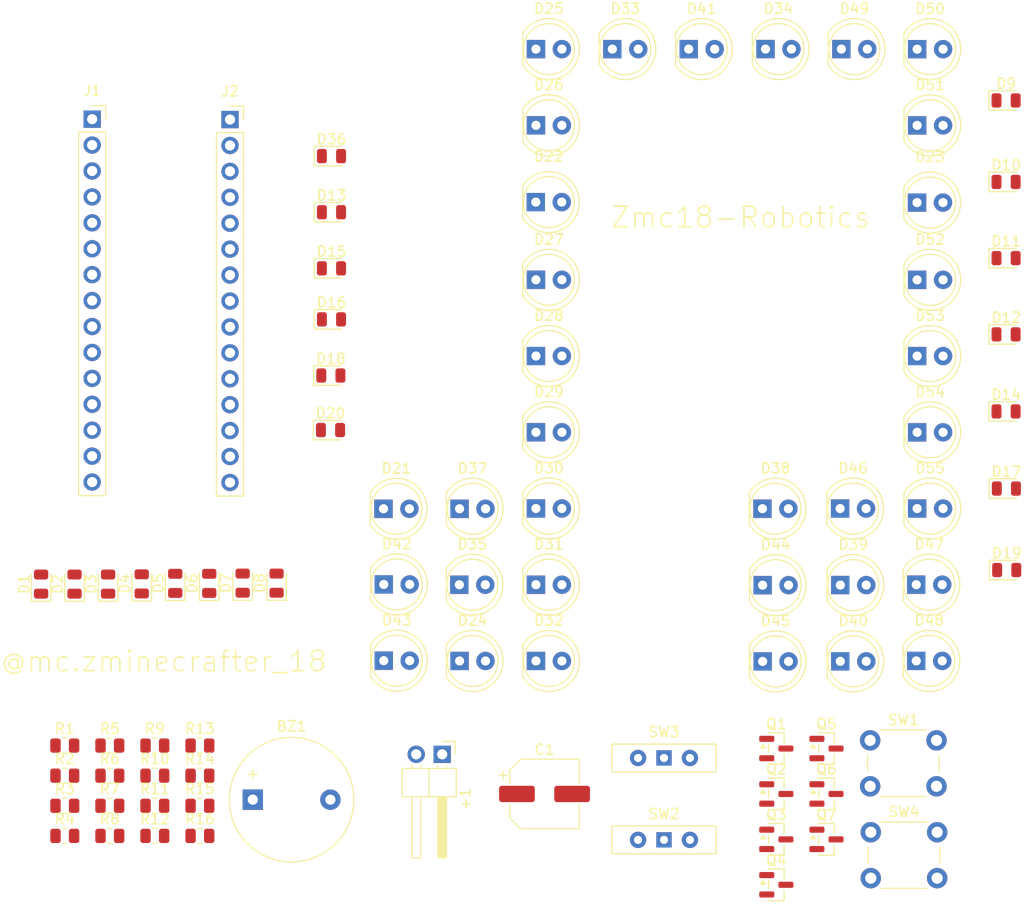
<source format=kicad_pcb>
(kicad_pcb (version 20241229) (generator "pcbnew") (generator_version "9.0")
  (layers (0 "F.Cu" signal) (2 "B.Cu" signal) (13 "F.Paste" user) (15 "B.Paste" user) (5 "F.SilkS" user "F.Silkscreen") (7 "B.SilkS" user "B.Silkscreen") (1 "F.Mask" user) (3 "B.Mask" user) (25 "Edge.Cuts" user))
  (net 0 "")
  (net 1 "Net-(+1-Pin_1)")
  (net 2 "Net-(+1-Pin_2)")
  (net 3 "Net-(BZ1--)")
  (net 4 "Net-(BZ1-+)")
  (net 5 "Net-(Q6-B)")
  (net 6 "Net-(Q7-C)")
  (net 7 "Net-(D1-K)")
  (net 8 "Net-(D1-A)")
  (net 9 "Net-(D2-A)")
  (net 10 "Net-(D3-A)")
  (net 11 "Net-(D4-A)")
  (net 12 "Net-(D5-A)")
  (net 13 "Net-(D6-A)")
  (net 14 "Net-(D7-A)")
  (net 15 "Net-(D8-A)")
  (net 16 "Net-(D10-A)")
  (net 17 "Net-(D13-A)")
  (net 18 "Net-(D15-A)")
  (net 19 "Net-(D16-A)")
  (net 20 "Net-(D18-A)")
  (net 21 "Net-(D20-A)")
  (net 38 "Net-(J2-Pin_10)")
  (net 39 "Net-(J2-Pin_6)")
  (net 41 "Net-(J2-Pin_12)")
  (net 42 "Net-(J2-Pin_11)")
  (net 43 "Net-(J2-Pin_14)")
  (net 44 "Net-(J2-Pin_5)")
  (net 45 "Net-(J2-Pin_9)")
  (net 46 "Net-(J2-Pin_8)")
  (net 47 "Net-(J2-Pin_7)")
  (net 48 "Net-(J2-Pin_13)")
  (net 50 "Net-(Q1-E)")
  (net 51 "Net-(Q2-E)")
  (net 52 "Net-(Q3-E)")
  (net 53 "Net-(Q4-E)")
  (net 54 "Net-(Q5-E)")
  (net 55 "Net-(Q6-E)")
  (net 56 "Net-(Q6-C)")
  (net 57 "Net-(Q7-B)")
  (footprint "Connector_PinHeader_2.54mm:PinHeader_1x02_P2.54mm_Horizontal" (layer "F.Cu") (at 140.275 110.615 -90)
    (property "Reference" "+1" (at 4.385 -2.27 90) (layer "F.SilkS"))
    (property "Value" "Conn_01x02_Pin")
    (pad "1" thru_hole rect (at 0 0 270) (size 1.7 1.7) (drill 1) (layers "*.Cu" "*.Mask") (net 1 "Net-(+1-Pin_1)"))
    (pad "2" thru_hole circle (at 0 2.54 270) (size 1.7 1.7) (drill 1) (layers "*.Cu" "*.Mask") (net 2 "Net-(+1-Pin_2)"))
  )
  (footprint "LED_SMD:LED_0805_2012Metric" (layer "F.Cu") (at 120.739314 93.843984 90)
    (property "Reference" "D7" (at 0 -1.65 90) (layer "F.SilkS"))
    (property "Value" "LED")
    (pad "1" smd roundrect (at -0.9375 0 90) (size 0.975 1.4) (layers "F.Cu" "F.Mask" "F.Paste") (net 7 "Net-(D1-K)"))
    (pad "2" smd roundrect (at 0.9375 0 90) (size 0.975 1.4) (layers "F.Cu" "F.Mask" "F.Paste") (net 14 "Net-(D7-A)"))
  )
  (footprint "Resistor_SMD:R_0805_2012Metric" (layer "F.Cu") (at 116.55 109.76)
    (property "Reference" "R13" (at 0 -1.65 0) (layer "F.SilkS"))
    (property "Value" "220")
    (pad "1" smd roundrect (at -0.9125 0) (size 1.025 1.4) (layers "F.Cu" "F.Mask" "F.Paste") (roundrect_rratio 0.243902) (net 54 "Net-(Q5-E)"))
    (pad "2" smd roundrect (at 0.9125 0) (size 1.025 1.4) (layers "F.Cu" "F.Mask" "F.Paste") (roundrect_rratio 0.243902) (net 21 "Net-(D20-A)"))
  )
  (footprint "LED_THT:LED_D5.0mm" (layer "F.Cu") (at 156.94 41.518316)
    (property "Reference" "D33" (at 1.27 -3.96 0) (layer "F.SilkS"))
    (property "Value" "LED")
    (pad "1" thru_hole rect (at 0 0) (size 1.8 1.8) (drill 0.9) (layers "*.Cu" "*.Mask") (net 1 "Net-(+1-Pin_1)"))
    (pad "2" thru_hole circle (at 2.54 0) (size 1.8 1.8) (drill 0.9) (layers "*.Cu" "*.Mask") (net 4 "Net-(BZ1-+)"))
  )
  (footprint "Resistor_SMD:R_0805_2012Metric" (layer "F.Cu") (at 112.14 109.76)
    (property "Reference" "R9" (at 0 -1.65 0) (layer "F.SilkS"))
    (property "Value" "220")
    (pad "1" smd roundrect (at -0.9125 0) (size 1.025 1.4) (layers "F.Cu" "F.Mask" "F.Paste") (roundrect_rratio 0.243902) (net 50 "Net-(Q1-E)"))
    (pad "2" smd roundrect (at 0.9125 0) (size 1.025 1.4) (layers "F.Cu" "F.Mask" "F.Paste") (roundrect_rratio 0.243902) (net 18 "Net-(D15-A)"))
  )
  (footprint "Resistor_SMD:R_0805_2012Metric" (layer "F.Cu") (at 112.14 115.66)
    (property "Reference" "R11" (at 0 -1.65 0) (layer "F.SilkS"))
    (property "Value" "220")
    (pad "1" smd roundrect (at -0.9125 0) (size 1.025 1.4) (layers "F.Cu" "F.Mask" "F.Paste") (roundrect_rratio 0.243902) (net 52 "Net-(Q3-E)"))
    (pad "2" smd roundrect (at 0.9125 0) (size 1.025 1.4) (layers "F.Cu" "F.Mask" "F.Paste") (roundrect_rratio 0.243902) (net 20 "Net-(D18-A)"))
  )
  (footprint "Resistor_SMD:R_0805_2012Metric" (layer "F.Cu") (at 103.32 109.76)
    (property "Reference" "R1" (at 0 -1.65 0) (layer "F.SilkS"))
    (property "Value" "220")
    (pad "1" smd roundrect (at -0.9125 0) (size 1.025 1.4) (layers "F.Cu" "F.Mask" "F.Paste") (roundrect_rratio 0.243902) (net 8 "Net-(D1-A)"))
    (pad "2" smd roundrect (at 0.9125 0) (size 1.025 1.4) (layers "F.Cu" "F.Mask" "F.Paste") (roundrect_rratio 0.243902) (net 44 "Net-(J2-Pin_5)"))
  )
  (footprint "Resistor_SMD:R_0805_2012Metric" (layer "F.Cu") (at 116.55 118.61)
    (property "Reference" "R16" (at 0 -1.65 0) (layer "F.SilkS"))
    (property "Value" "1")
    (pad "1" smd roundrect (at -0.9125 0) (size 1.025 1.4) (layers "F.Cu" "F.Mask" "F.Paste") (roundrect_rratio 0.243902) (net 6 "Net-(Q7-C)"))
    (pad "2" smd roundrect (at 0.9125 0) (size 1.025 1.4) (layers "F.Cu" "F.Mask" "F.Paste") (roundrect_rratio 0.243902) (net 2 "Net-(+1-Pin_2)"))
  )
  (footprint "Button_Switch_THT:SW_PUSH_6mm" (layer "F.Cu") (at 182.1875 109.25)
    (property "Reference" "SW1" (at 3.25 -2 0) (layer "F.SilkS"))
    (property "Value" "SW_Push")
    (pad "1" thru_hole circle (at 0 0 90) (size 2 2) (drill 1.1) (layers "*.Cu" "*.Mask") (net 43 "Net-(J2-Pin_14)"))
    (pad "1" thru_hole circle (at 6.5 0 90) (size 2 2) (drill 1.1) (layers "*.Cu" "*.Mask") (net 43 "Net-(J2-Pin_14)"))
    (pad "2" thru_hole circle (at 0 4.5 90) (size 2 2) (drill 1.1) (layers "*.Cu" "*.Mask") (net 2 "Net-(+1-Pin_2)"))
    (pad "2" thru_hole circle (at 6.5 4.5 90) (size 2 2) (drill 1.1) (layers "*.Cu" "*.Mask") (net 2 "Net-(+1-Pin_2)"))
  )
  (footprint "LED_THT:LED_D5.0mm" (layer "F.Cu") (at 179.370656 41.516364)
    (property "Reference" "D49" (at 1.27 -3.96 0) (layer "F.SilkS"))
    (property "Value" "LED")
    (pad "1" thru_hole rect (at 0 0) (size 1.8 1.8) (drill 0.9) (layers "*.Cu" "*.Mask") (net 1 "Net-(+1-Pin_1)"))
    (pad "2" thru_hole circle (at 2.54 0) (size 1.8 1.8) (drill 0.9) (layers "*.Cu" "*.Mask") (net 4 "Net-(BZ1-+)"))
  )
  (footprint "LED_THT:LED_D5.0mm" (layer "F.Cu") (at 186.790173 48.994478)
    (property "Reference" "D51" (at 1.27 -3.96 0) (layer "F.SilkS"))
    (property "Value" "LED")
    (pad "1" thru_hole rect (at 0 0) (size 1.8 1.8) (drill 0.9) (layers "*.Cu" "*.Mask") (net 1 "Net-(+1-Pin_1)"))
    (pad "2" thru_hole circle (at 2.54 0) (size 1.8 1.8) (drill 0.9) (layers "*.Cu" "*.Mask") (net 4 "Net-(BZ1-+)"))
  )
  (footprint "LED_THT:LED_D5.0mm" (layer "F.Cu") (at 149.46 86.53)
    (property "Reference" "D30" (at 1.27 -3.96 0) (layer "F.SilkS"))
    (property "Value" "LED")
    (pad "1" thru_hole rect (at 0 0) (size 1.8 1.8) (drill 0.9) (layers "*.Cu" "*.Mask") (net 1 "Net-(+1-Pin_1)"))
    (pad "2" thru_hole circle (at 2.54 0) (size 1.8 1.8) (drill 0.9) (layers "*.Cu" "*.Mask") (net 4 "Net-(BZ1-+)"))
  )
  (footprint "LED_SMD:LED_0805_2012Metric" (layer "F.Cu") (at 129.375 73.5)
    (property "Reference" "D18" (at 0 -1.65 0) (layer "F.SilkS"))
    (property "Value" "LED")
    (pad "1" smd roundrect (at -0.9375 0) (size 0.975 1.4) (layers "F.Cu" "F.Mask" "F.Paste") (net 1 "Net-(+1-Pin_1)"))
    (pad "2" smd roundrect (at 0.9375 0) (size 0.975 1.4) (layers "F.Cu" "F.Mask" "F.Paste") (net 20 "Net-(D18-A)"))
  )
  (footprint "LED_THT:LED_D5.0mm" (layer "F.Cu") (at 186.790173 64.126162)
    (property "Reference" "D52" (at 1.27 -3.96 0) (layer "F.SilkS"))
    (property "Value" "LED")
    (pad "1" thru_hole rect (at 0 0) (size 1.8 1.8) (drill 0.9) (layers "*.Cu" "*.Mask") (net 1 "Net-(+1-Pin_1)"))
    (pad "2" thru_hole circle (at 2.54 0) (size 1.8 1.8) (drill 0.9) (layers "*.Cu" "*.Mask") (net 4 "Net-(BZ1-+)"))
  )
  (footprint "LED_SMD:LED_0805_2012Metric" (layer "F.Cu") (at 129.4375 63)
    (property "Reference" "D15" (at 0 -1.65 0) (layer "F.SilkS"))
    (property "Value" "LED")
    (pad "1" smd roundrect (at -0.9375 0) (size 0.975 1.4) (layers "F.Cu" "F.Mask" "F.Paste") (net 1 "Net-(+1-Pin_1)"))
    (pad "2" smd roundrect (at 0.9375 0) (size 0.975 1.4) (layers "F.Cu" "F.Mask" "F.Paste") (net 18 "Net-(D15-A)"))
  )
  (footprint "LED_THT:LED_D5.0mm" (layer "F.Cu") (at 149.46 71.59)
    (property "Reference" "D28" (at 1.27 -3.96 0) (layer "F.SilkS"))
    (property "Value" "LED")
    (pad "1" thru_hole rect (at 0 0) (size 1.8 1.8) (drill 0.9) (layers "*.Cu" "*.Mask") (net 1 "Net-(+1-Pin_1)"))
    (pad "2" thru_hole circle (at 2.54 0) (size 1.8 1.8) (drill 0.9) (layers "*.Cu" "*.Mask") (net 4 "Net-(BZ1-+)"))
  )
  (footprint "LED_SMD:LED_0805_2012Metric" (layer "F.Cu") (at 129.342292 78.843081)
    (property "Reference" "D20" (at 0 -1.65 0) (layer "F.SilkS"))
    (property "Value" "LED")
    (pad "1" smd roundrect (at -0.9375 0) (size 0.975 1.4) (layers "F.Cu" "F.Mask" "F.Paste") (net 1 "Net-(+1-Pin_1)"))
    (pad "2" smd roundrect (at 0.9375 0) (size 0.975 1.4) (layers "F.Cu" "F.Mask" "F.Paste") (net 21 "Net-(D20-A)"))
  )
  (footprint "LED_THT:LED_D5.0mm" (layer "F.Cu") (at 134.555327 101.44127)
    (property "Reference" "D43" (at 1.27 -3.96 0) (layer "F.SilkS"))
    (property "Value" "LED")
    (pad "1" thru_hole rect (at 0 0) (size 1.8 1.8) (drill 0.9) (layers "*.Cu" "*.Mask") (net 1 "Net-(+1-Pin_1)"))
    (pad "2" thru_hole circle (at 2.54 0) (size 1.8 1.8) (drill 0.9) (layers "*.Cu" "*.Mask") (net 4 "Net-(BZ1-+)"))
  )
  (footprint "LED_SMD:LED_0805_2012Metric" (layer "F.Cu") (at 195.498165 77.020384)
    (property "Reference" "D14" (at 0 -1.65 0) (layer "F.SilkS"))
    (property "Value" "LED")
    (pad "1" smd roundrect (at -0.9375 0) (size 0.975 1.4) (layers "F.Cu" "F.Mask" "F.Paste") (net 7 "Net-(D1-K)"))
    (pad "2" smd roundrect (at 0.9375 0) (size 0.975 1.4) (layers "F.Cu" "F.Mask" "F.Paste") (net 16 "Net-(D10-A)"))
  )
  (footprint "LED_THT:LED_D5.0mm" (layer "F.Cu") (at 186.790173 71.596162)
    (property "Reference" "D53" (at 1.27 -3.96 0) (layer "F.SilkS"))
    (property "Value" "LED")
    (pad "1" thru_hole rect (at 0 0) (size 1.8 1.8) (drill 0.9) (layers "*.Cu" "*.Mask") (net 1 "Net-(+1-Pin_1)"))
    (pad "2" thru_hole circle (at 2.54 0) (size 1.8 1.8) (drill 0.9) (layers "*.Cu" "*.Mask") (net 4 "Net-(BZ1-+)"))
  )
  (footprint "LED_THT:LED_D5.0mm" (layer "F.Cu") (at 186.790173 41.524478)
    (property "Reference" "D50" (at 1.27 -3.96 0) (layer "F.SilkS"))
    (property "Value" "LED")
    (pad "1" thru_hole rect (at 0 0) (size 1.8 1.8) (drill 0.9) (layers "*.Cu" "*.Mask") (net 1 "Net-(+1-Pin_1)"))
    (pad "2" thru_hole circle (at 2.54 0) (size 1.8 1.8) (drill 0.9) (layers "*.Cu" "*.Mask") (net 4 "Net-(BZ1-+)"))
  )
  (footprint "LED_THT:LED_D5.0mm" (layer "F.Cu") (at 134.555327 93.97127)
    (property "Reference" "D42" (at 1.27 -3.96 0) (layer "F.SilkS"))
    (property "Value" "LED")
    (pad "1" thru_hole rect (at 0 0) (size 1.8 1.8) (drill 0.9) (layers "*.Cu" "*.Mask") (net 1 "Net-(+1-Pin_1)"))
    (pad "2" thru_hole circle (at 2.54 0) (size 1.8 1.8) (drill 0.9) (layers "*.Cu" "*.Mask") (net 4 "Net-(BZ1-+)"))
  )
  (footprint "Resistor_SMD:R_0805_2012Metric" (layer "F.Cu") (at 103.32 118.61)
    (property "Reference" "R4" (at 0 -1.65 0) (layer "F.SilkS"))
    (property "Value" "220")
    (pad "1" smd roundrect (at -0.9125 0) (size 1.025 1.4) (layers "F.Cu" "F.Mask" "F.Paste") (roundrect_rratio 0.243902) (net 11 "Net-(D4-A)"))
    (pad "2" smd roundrect (at 0.9125 0) (size 1.025 1.4) (layers "F.Cu" "F.Mask" "F.Paste") (roundrect_rratio 0.243902) (net 46 "Net-(J2-Pin_8)"))
  )
  (footprint "LED_THT:LED_D5.0mm" (layer "F.Cu") (at 186.790173 86.536162)
    (property "Reference" "D55" (at 1.27 -3.96 0) (layer "F.SilkS"))
    (property "Value" "LED")
    (pad "1" thru_hole rect (at 0 0) (size 1.8 1.8) (drill 0.9) (layers "*.Cu" "*.Mask") (net 1 "Net-(+1-Pin_1)"))
    (pad "2" thru_hole circle (at 2.54 0) (size 1.8 1.8) (drill 0.9) (layers "*.Cu" "*.Mask") (net 4 "Net-(BZ1-+)"))
  )
  (footprint "Resistor_SMD:R_0805_2012Metric" (layer "F.Cu") (at 116.55 112.71)
    (property "Reference" "R14" (at 0 -1.65 0) (layer "F.SilkS"))
    (property "Value" "1000000")
    (pad "1" smd roundrect (at -0.9125 0) (size 1.025 1.4) (layers "F.Cu" "F.Mask" "F.Paste") (roundrect_rratio 0.243902) (net 5 "Net-(Q6-B)"))
    (pad "2" smd roundrect (at 0.9125 0) (size 1.025 1.4) (layers "F.Cu" "F.Mask" "F.Paste") (roundrect_rratio 0.243902) (net 1 "Net-(+1-Pin_1)"))
  )
  (footprint "LED_THT:LED_D5.0mm" (layer "F.Cu") (at 171.657245 94.044919)
    (property "Reference" "D44" (at 1.27 -3.96 0) (layer "F.SilkS"))
    (property "Value" "LED")
    (pad "1" thru_hole rect (at 0 0) (size 1.8 1.8) (drill 0.9) (layers "*.Cu" "*.Mask") (net 1 "Net-(+1-Pin_1)"))
    (pad "2" thru_hole circle (at 2.54 0) (size 1.8 1.8) (drill 0.9) (layers "*.Cu" "*.Mask") (net 4 "Net-(BZ1-+)"))
  )
  (footprint "Resistor_SMD:R_0805_2012Metric" (layer "F.Cu") (at 107.73 118.61)
    (property "Reference" "R8" (at 0 -1.65 0) (layer "F.SilkS"))
    (property "Value" "220")
    (pad "1" smd roundrect (at -0.9125 0) (size 1.025 1.4) (layers "F.Cu" "F.Mask" "F.Paste") (roundrect_rratio 0.243902) (net 15 "Net-(D8-A)"))
    (pad "2" smd roundrect (at 0.9125 0) (size 1.025 1.4) (layers "F.Cu" "F.Mask" "F.Paste") (roundrect_rratio 0.243902) (net 41 "Net-(J2-Pin_12)"))
  )
  (footprint "LED_THT:LED_D5.0mm" (layer "F.Cu") (at 141.98 101.47)
    (property "Reference" "D24" (at 1.27 -3.96 0) (layer "F.SilkS"))
    (property "Value" "LED")
    (pad "1" thru_hole rect (at 0 0) (size 1.8 1.8) (drill 0.9) (layers "*.Cu" "*.Mask") (net 1 "Net-(+1-Pin_1)"))
    (pad "2" thru_hole circle (at 2.54 0) (size 1.8 1.8) (drill 0.9) (layers "*.Cu" "*.Mask") (net 4 "Net-(BZ1-+)"))
  )
  (footprint "LED_SMD:LED_0805_2012Metric" (layer "F.Cu") (at 110.85303 93.916243 90)
    (property "Reference" "D4" (at 0 -1.65 90) (layer "F.SilkS"))
    (property "Value" "LED")
    (pad "1" smd roundrect (at -0.9375 0 90) (size 0.975 1.4) (layers "F.Cu" "F.Mask" "F.Paste") (net 7 "Net-(D1-K)"))
    (pad "2" smd roundrect (at 0.9375 0 90) (size 0.975 1.4) (layers "F.Cu" "F.Mask" "F.Paste") (net 11 "Net-(D4-A)"))
  )
  (footprint "Button_Switch_THT:SW_PUSH_6mm" (layer "F.Cu") (at 182.25 118.25)
    (property "Reference" "SW4" (at 3.25 -2 0) (layer "F.SilkS"))
    (property "Value" "SW_Push")
    (pad "1" thru_hole circle (at 0 0 90) (size 2 2) (drill 1.1) (layers "*.Cu" "*.Mask") (net 48 "Net-(J2-Pin_13)"))
    (pad "1" thru_hole circle (at 6.5 0 90) (size 2 2) (drill 1.1) (layers "*.Cu" "*.Mask") (net 48 "Net-(J2-Pin_13)"))
    (pad "2" thru_hole circle (at 0 4.5 90) (size 2 2) (drill 1.1) (layers "*.Cu" "*.Mask") (net 48 "Net-(J2-Pin_13)"))
    (pad "2" thru_hole circle (at 6.5 4.5 90) (size 2 2) (drill 1.1) (layers "*.Cu" "*.Mask") (net 48 "Net-(J2-Pin_13)"))
  )
  (footprint "LED_SMD:LED_0805_2012Metric" (layer "F.Cu") (at 129.4375 57.5)
    (property "Reference" "D13" (at 0 -1.65 0) (layer "F.SilkS"))
    (property "Value" "LED")
    (pad "1" smd roundrect (at -0.9375 0) (size 0.975 1.4) (layers "F.Cu" "F.Mask" "F.Paste") (net 1 "Net-(+1-Pin_1)"))
    (pad "2" smd roundrect (at 0.9375 0) (size 0.975 1.4) (layers "F.Cu" "F.Mask" "F.Paste") (net 17 "Net-(D13-A)"))
  )
  (footprint "Package_TO_SOT_SMD:SOT-23" (layer "F.Cu") (at 177.91 114.5)
    (property "Reference" "Q6" (at 0 -2.4 0) (layer "F.SilkS"))
    (property "Value" "PNP")
    (pad "1" smd roundrect (at -0.9375 -0.95) (size 1.475 0.6) (layers "F.Cu" "F.Mask" "F.Paste") (net 56 "Net-(Q6-C)"))
    (pad "2" smd roundrect (at -0.9375 0.95) (size 1.475 0.6) (layers "F.Cu" "F.Mask" "F.Paste") (net 5 "Net-(Q6-B)"))
    (pad "3" smd roundrect (at 0.9375 0) (size 1.475 0.6) (layers "F.Cu" "F.Mask" "F.Paste") (net 55 "Net-(Q6-E)"))
  )
  (footprint "LED_THT:LED_D5.0mm" (layer "F.Cu") (at 149.46 79.06)
    (property "Reference" "D29" (at 1.27 -3.96 0) (layer "F.SilkS"))
    (property "Value" "LED")
    (pad "1" thru_hole rect (at 0 0) (size 1.8 1.8) (drill 0.9) (layers "*.Cu" "*.Mask") (net 1 "Net-(+1-Pin_1)"))
    (pad "2" thru_hole circle (at 2.54 0) (size 1.8 1.8) (drill 0.9) (layers "*.Cu" "*.Mask") (net 4 "Net-(BZ1-+)"))
  )
  (footprint "LED_SMD:LED_0805_2012Metric" (layer "F.Cu") (at 101 93.9375 90)
    (property "Reference" "D1" (at 0 -1.65 90) (layer "F.SilkS"))
    (property "Value" "LED")
    (pad "1" smd roundrect (at -0.9375 0 90) (size 0.975 1.4) (layers "F.Cu" "F.Mask" "F.Paste") (net 7 "Net-(D1-K)"))
    (pad "2" smd roundrect (at 0.9375 0 90) (size 0.975 1.4) (layers "F.Cu" "F.Mask" "F.Paste") (net 8 "Net-(D1-A)"))
  )
  (footprint "LED_THT:LED_D5.0mm" (layer "F.Cu") (at 149.46 64.12)
    (property "Reference" "D27" (at 1.27 -3.96 0) (layer "F.SilkS"))
    (property "Value" "LED")
    (pad "1" thru_hole rect (at 0 0) (size 1.8 1.8) (drill 0.9) (layers "*.Cu" "*.Mask") (net 1 "Net-(+1-Pin_1)"))
    (pad "2" thru_hole circle (at 2.54 0) (size 1.8 1.8) (drill 0.9) (layers "*.Cu" "*.Mask") (net 4 "Net-(BZ1-+)"))
  )
  (footprint "LED_THT:LED_D5.0mm" (layer "F.Cu") (at 149.46 94)
    (property "Reference" "D31" (at 1.27 -3.96 0) (layer "F.SilkS"))
    (property "Value" "LED")
    (pad "1" thru_hole rect (at 0 0) (size 1.8 1.8) (drill 0.9) (layers "*.Cu" "*.Mask") (net 1 "Net-(+1-Pin_1)"))
    (pad "2" thru_hole circle (at 2.54 0) (size 1.8 1.8) (drill 0.9) (layers "*.Cu" "*.Mask") (net 4 "Net-(BZ1-+)"))
  )
  (footprint "LED_THT:LED_D5.0mm" (layer "F.Cu") (at 149.46 41.518316)
    (property "Reference" "D25" (at 1.27 -3.96 0) (layer "F.SilkS"))
    (property "Value" "LED")
    (pad "1" thru_hole rect (at 0 0) (size 1.8 1.8) (drill 0.9) (layers "*.Cu" "*.Mask") (net 1 "Net-(+1-Pin_1)"))
    (pad "2" thru_hole circle (at 2.54 0) (size 1.8 1.8) (drill 0.9) (layers "*.Cu" "*.Mask") (net 4 "Net-(BZ1-+)"))
  )
  (footprint "Package_TO_SOT_SMD:SOT-23" (layer "F.Cu") (at 173 114.5)
    (property "Reference" "Q2" (at 0 -2.4 0) (layer "F.SilkS"))
    (property "Value" "NPN")
    (pad "1" smd roundrect (at -0.9375 -0.95) (size 1.475 0.6) (layers "F.Cu" "F.Mask" "F.Paste") (net 2 "Net-(+1-Pin_2)"))
    (pad "2" smd roundrect (at -0.9375 0.95) (size 1.475 0.6) (layers "F.Cu" "F.Mask" "F.Paste") (net 48 "Net-(J2-Pin_13)"))
    (pad "3" smd roundrect (at 0.9375 0) (size 1.475 0.6) (layers "F.Cu" "F.Mask" "F.Paste") (net 51 "Net-(Q2-E)"))
  )
  (footprint "Resistor_SMD:R_0805_2012Metric" (layer "F.Cu") (at 107.73 109.76)
    (property "Reference" "R5" (at 0 -1.65 0) (layer "F.SilkS"))
    (property "Value" "220")
    (pad "1" smd roundrect (at -0.9125 0) (size 1.025 1.4) (layers "F.Cu" "F.Mask" "F.Paste") (roundrect_rratio 0.243902) (net 12 "Net-(D5-A)"))
    (pad "2" smd roundrect (at 0.9125 0) (size 1.025 1.4) (layers "F.Cu" "F.Mask" "F.Paste") (roundrect_rratio 0.243902) (net 45 "Net-(J2-Pin_9)"))
  )
  (footprint "Resistor_SMD:R_0805_2012Metric" (layer "F.Cu") (at 103.32 115.66)
    (property "Reference" "R3" (at 0 -1.65 0) (layer "F.SilkS"))
    (property "Value" "220")
    (pad "1" smd roundrect (at -0.9125 0) (size 1.025 1.4) (layers "F.Cu" "F.Mask" "F.Paste") (roundrect_rratio 0.243902) (net 10 "Net-(D3-A)"))
    (pad "2" smd roundrect (at 0.9125 0) (size 1.025 1.4) (layers "F.Cu" "F.Mask" "F.Paste") (roundrect_rratio 0.243902) (net 47 "Net-(J2-Pin_7)"))
  )
  (footprint "LED_SMD:LED_0805_2012Metric" (layer "F.Cu") (at 195.5 54.53)
    (property "Reference" "D10" (at 0 -1.65 0) (layer "F.SilkS"))
    (property "Value" "LED")
    (pad "1" smd roundrect (at -0.9375 0) (size 0.975 1.4) (layers "F.Cu" "F.Mask" "F.Paste") (net 7 "Net-(D1-K)"))
    (pad "2" smd roundrect (at 0.9375 0) (size 0.975 1.4) (layers "F.Cu" "F.Mask" "F.Paste") (net 16 "Net-(D10-A)"))
  )
  (footprint "LED_SMD:LED_0805_2012Metric" (layer "F.Cu") (at 117.464942 93.867887 90)
    (property "Reference" "D6" (at 0 -1.65 90) (layer "F.SilkS"))
    (property "Value" "LED")
    (pad "1" smd roundrect (at -0.9375 0 90) (size 0.975 1.4) (layers "F.Cu" "F.Mask" "F.Paste") (net 7 "Net-(D1-K)"))
    (pad "2" smd roundrect (at 0.9375 0 90) (size 0.975 1.4) (layers "F.Cu" "F.Mask" "F.Paste") (net 13 "Net-(D6-A)"))
  )
  (footprint "LED_SMD:LED_0805_2012Metric" (layer "F.Cu") (at 195.5 69.47)
    (property "Reference" "D12" (at 0 -1.65 0) (layer "F.SilkS"))
    (property "Value" "LED")
    (pad "1" smd roundrect (at -0.9375 0) (size 0.975 1.4) (layers "F.Cu" "F.Mask" "F.Paste") (net 7 "Net-(D1-K)"))
    (pad "2" smd roundrect (at 0.9375 0) (size 0.975 1.4) (layers "F.Cu" "F.Mask" "F.Paste") (net 16 "Net-(D10-A)"))
  )
  (footprint "Connector_PinSocket_2.54mm:PinSocket_1x15_P2.54mm_Vertical" (layer "F.Cu") (at 119.5 48.42)
    (property "Reference" "J2" (at 0 -2.77 0) (layer "F.SilkS"))
    (property "Value" "Conn_01x15_Socket")
    (pad "1" thru_hole rect (at 0 0) (size 1.7 1.7) (drill 1) (layers "*.Cu" "*.Mask"))
    (pad "2" thru_hole circle (at 0 2.54) (size 1.7 1.7) (drill 1) (layers "*.Cu" "*.Mask") (net 7 "Net-(D1-K)"))
    (pad "3" thru_hole circle (at 0 5.08) (size 1.7 1.7) (drill 1) (layers "*.Cu" "*.Mask"))
    (pad "4" thru_hole circle (at 0 7.62) (size 1.7 1.7) (drill 1) (layers "*.Cu" "*.Mask"))
    (pad "5" thru_hole circle (at 0 10.16) (size 1.7 1.7) (drill 1) (layers "*.Cu" "*.Mask") (net 44 "Net-(J2-Pin_5)"))
    (pad "6" thru_hole circle (at 0 12.7) (size 1.7 1.7) (drill 1) (layers "*.Cu" "*.Mask") (net 39 "Net-(J2-Pin_6)"))
    (pad "7" thru_hole circle (at 0 15.24) (size 1.7 1.7) (drill 1) (layers "*.Cu" "*.Mask") (net 47 "Net-(J2-Pin_7)"))
    (pad "8" thru_hole circle (at 0 17.78) (size 1.7 1.7) (drill 1) (layers "*.Cu" "*.Mask") (net 46 "Net-(J2-Pin_8)"))
    (pad "9" thru_hole circle (at 0 20.32) (size 1.7 1.7) (drill 1) (layers "*.Cu" "*.Mask") (net 45 "Net-(J2-Pin_9)"))
    (pad "10" thru_hole circle (at 0 22.86) (size 1.7 1.7) (drill 1) (layers "*.Cu" "*.Mask") (net 38 "Net-(J2-Pin_10)"))
    (pad "11" thru_hole circle (at 0 25.4) (size 1.7 1.7) (drill 1) (layers "*.Cu" "*.Mask") (net 42 "Net-(J2-Pin_11)"))
    (pad "12" thru_hole circle (at 0 27.94) (size 1.7 1.7) (drill 1) (layers "*.Cu" "*.Mask") (net 41 "Net-(J2-Pin_12)"))
    (pad "13" thru_hole circle (at 0 30.48) (size 1.7 1.7) (drill 1) (layers "*.Cu" "*.Mask") (net 48 "Net-(J2-Pin_13)"))
    (pad "14" thru_hole circle (at 0 33.02) (size 1.7 1.7) (drill 1) (layers "*.Cu" "*.Mask") (net 43 "Net-(J2-Pin_14)"))
    (pad "15" thru_hole circle (at 0 35.56) (size 1.7 1.7) (drill 1) (layers "*.Cu" "*.Mask") (net 16 "Net-(D10-A)"))
  )
  (footprint "LED_THT:LED_D5.0mm" (layer "F.Cu") (at 141.979772 86.556557)
    (property "Reference" "D37" (at 1.27 -3.96 0) (layer "F.SilkS"))
    (property "Value" "LED")
    (pad "1" thru_hole rect (at 0 0) (size 1.8 1.8) (drill 0.9) (layers "*.Cu" "*.Mask") (net 1 "Net-(+1-Pin_1)"))
    (pad "2" thru_hole circle (at 2.54 0) (size 1.8 1.8) (drill 0.9) (layers "*.Cu" "*.Mask") (net 4 "Net-(BZ1-+)"))
  )
  (footprint "LED_THT:LED_D5.0mm" (layer "F.Cu") (at 164.42 41.518316)
    (property "Reference" "D41" (at 1.27 -3.96 0) (layer "F.SilkS"))
    (property "Value" "LED")
    (pad "1" thru_hole rect (at 0 0) (size 1.8 1.8) (drill 0.9) (layers "*.Cu" "*.Mask") (net 1 "Net-(+1-Pin_1)"))
    (pad "2" thru_hole circle (at 2.54 0) (size 1.8 1.8) (drill 0.9) (layers "*.Cu" "*.Mask") (net 4 "Net-(BZ1-+)"))
  )
  (footprint "Connector_PinSocket_2.54mm:PinSocket_1x15_P2.54mm_Vertical" (layer "F.Cu") (at 106 48.38)
    (property "Reference" "J1" (at 0 -2.77 0) (layer "F.SilkS"))
    (property "Value" "Conn_01x15_Socket")
    (pad "1" thru_hole rect (at 0 0) (size 1.7 1.7) (drill 1) (layers "*.Cu" "*.Mask"))
    (pad "2" thru_hole circle (at 0 2.54) (size 1.7 1.7) (drill 1) (layers "*.Cu" "*.Mask"))
    (pad "3" thru_hole circle (at 0 5.08) (size 1.7 1.7) (drill 1) (layers "*.Cu" "*.Mask"))
    (pad "4" thru_hole circle (at 0 7.62) (size 1.7 1.7) (drill 1) (layers "*.Cu" "*.Mask"))
    (pad "5" thru_hole circle (at 0 10.16) (size 1.7 1.7) (drill 1) (layers "*.Cu" "*.Mask"))
    (pad "6" thru_hole circle (at 0 12.7) (size 1.7 1.7) (drill 1) (layers "*.Cu" "*.Mask"))
    (pad "7" thru_hole circle (at 0 15.24) (size 1.7 1.7) (drill 1) (layers "*.Cu" "*.Mask"))
    (pad "8" thru_hole circle (at 0 17.78) (size 1.7 1.7) (drill 1) (layers "*.Cu" "*.Mask"))
    (pad "9" thru_hole circle (at 0 20.32) (size 1.7 1.7) (drill 1) (layers "*.Cu" "*.Mask"))
    (pad "10" thru_hole circle (at 0 22.86) (size 1.7 1.7) (drill 1) (layers "*.Cu" "*.Mask"))
    (pad "11" thru_hole circle (at 0 25.4) (size 1.7 1.7) (drill 1) (layers "*.Cu" "*.Mask"))
    (pad "12" thru_hole circle (at 0 27.94) (size 1.7 1.7) (drill 1) (layers "*.Cu" "*.Mask"))
    (pad "13" thru_hole circle (at 0 30.48) (size 1.7 1.7) (drill 1) (layers "*.Cu" "*.Mask"))
    (pad "14" thru_hole circle (at 0 33.02) (size 1.7 1.7) (drill 1) (layers "*.Cu" "*.Mask"))
    (pad "15" thru_hole circle (at 0 35.56) (size 1.7 1.7) (drill 1) (layers "*.Cu" "*.Mask"))
  )
  (footprint "Package_TO_SOT_SMD:SOT-23" (layer "F.Cu") (at 173 110.05)
    (property "Reference" "Q1" (at 0 -2.4 0) (layer "F.SilkS"))
    (property "Value" "NPN")
    (pad "1" smd roundrect (at -0.9375 -0.95) (size 1.475 0.6) (layers "F.Cu" "F.Mask" "F.Paste") (net 2 "Net-(+1-Pin_2)"))
    (pad "2" smd roundrect (at -0.9375 0.95) (size 1.475 0.6) (layers "F.Cu" "F.Mask" "F.Paste") (net 43 "Net-(J2-Pin_14)"))
    (pad "3" smd roundrect (at 0.9375 0) (size 1.475 0.6) (layers "F.Cu" "F.Mask" "F.Paste") (net 50 "Net-(Q1-E)"))
  )
  (footprint "Button_Switch_THT:SW_Slide-03_Wuerth-WS-SLTV_10x2.5x6.4_P2.54mm" (layer "F.Cu") (at 162 119)
    (property "Reference" "SW2" (at 0 -2.54 0) (layer "F.SilkS"))
    (property "Value" "SW_SPST")
    (pad "1" thru_hole rect (at 0 0) (size 1.5 1.5) (drill 0.8) (layers "*.Cu" "*.Mask") (net 55 "Net-(Q6-E)"))
    (pad "2" thru_hole circle (at -2.54 0) (size 1.6 1.6) (drill 0.8) (layers "*.Cu" "*.Mask") (net 2 "Net-(+1-Pin_2)"))
    (pad "3" thru_hole circle (at 2.54 0) (size 1.6 1.6) (drill 0.8) (layers "*.Cu" "*.Mask"))
  )
  (footprint "LED_THT:LED_D5.0mm" (layer "F.Cu") (at 134.530213 86.557974)
    (property "Reference" "D21" (at 1.27 -3.96 0) (layer "F.SilkS"))
    (property "Value" "LED")
    (pad "1" thru_hole rect (at 0 0) (size 1.8 1.8) (drill 0.9) (layers "*.Cu" "*.Mask") (net 1 "Net-(+1-Pin_1)"))
    (pad "2" thru_hole circle (at 2.54 0) (size 1.8 1.8) (drill 0.9) (layers "*.Cu" "*.Mask") (net 4 "Net-(BZ1-+)"))
  )
  (footprint "LED_THT:LED_D5.0mm" (layer "F.Cu") (at 179.266691 101.50569)
    (property "Reference" "D40" (at 1.27 -3.96 0) (layer "F.SilkS"))
    (property "Value" "LED")
    (pad "1" thru_hole rect (at 0 0) (size 1.8 1.8) (drill 0.9) (layers "*.Cu" "*.Mask") (net 1 "Net-(+1-Pin_1)"))
    (pad "2" thru_hole circle (at 2.54 0) (size 1.8 1.8) (drill 0.9) (layers "*.Cu" "*.Mask") (net 4 "Net-(BZ1-+)"))
  )
  (footprint "LED_THT:LED_D5.0mm" (layer "F.Cu") (at 186.790173 79.066162)
    (property "Reference" "D54" (at 1.27 -3.96 0) (layer "F.SilkS"))
    (property "Value" "LED")
    (pad "1" thru_hole rect (at 0 0) (size 1.8 1.8) (drill 0.9) (layers "*.Cu" "*.Mask") (net 1 "Net-(+1-Pin_1)"))
    (pad "2" thru_hole circle (at 2.54 0) (size 1.8 1.8) (drill 0.9) (layers "*.Cu" "*.Mask") (net 4 "Net-(BZ1-+)"))
  )
  (footprint "Capacitor_SMD:CP_Elec_6.3x3" (layer "F.Cu") (at 150.3 114.5)
    (property "Reference" "C1" (at 0 -4.35 0) (layer "F.SilkS"))
    (property "Value" "3.3uF")
    (pad "1" smd roundrect (at -2.7 0) (size 3.5 1.6) (layers "F.Cu" "F.Mask" "F.Paste") (roundrect_rratio 0.15625) (net 6 "Net-(Q7-C)"))
    (pad "2" smd roundrect (at 2.7 0) (size 3.5 1.6) (layers "F.Cu" "F.Mask" "F.Paste") (roundrect_rratio 0.15625) (net 5 "Net-(Q6-B)"))
  )
  (footprint "LED_SMD:LED_0805_2012Metric" (layer "F.Cu") (at 195.5 62)
    (property "Reference" "D11" (at 0 -1.65 0) (layer "F.SilkS"))
    (property "Value" "LED")
    (pad "1" smd roundrect (at -0.9375 0) (size 0.975 1.4) (layers "F.Cu" "F.Mask" "F.Paste") (net 7 "Net-(D1-K)"))
    (pad "2" smd roundrect (at 0.9375 0) (size 0.975 1.4) (layers "F.Cu" "F.Mask" "F.Paste") (net 16 "Net-(D10-A)"))
  )
  (footprint "LED_THT:LED_D5.0mm" (layer "F.Cu") (at 179.246691 86.53569)
    (property "Reference" "D46" (at 1.27 -3.96 0) (layer "F.SilkS"))
    (property "Value" "LED")
    (pad "1" thru_hole rect (at 0 0) (size 1.8 1.8) (drill 0.9) (layers "*.Cu" "*.Mask") (net 1 "Net-(+1-Pin_1)"))
    (pad "2" thru_hole circle (at 2.54 0) (size 1.8 1.8) (drill 0.9) (layers "*.Cu" "*.Mask") (net 4 "Net-(BZ1-+)"))
  )
  (footprint "LED_THT:LED_D5.0mm" (layer "F.Cu") (at 171.641536 86.550734)
    (property "Reference" "D38" (at 1.27 -3.96 0) (layer "F.SilkS"))
    (property "Value" "LED")
    (pad "1" thru_hole rect (at 0 0) (size 1.8 1.8) (drill 0.9) (layers "*.Cu" "*.Mask") (net 1 "Net-(+1-Pin_1)"))
    (pad "2" thru_hole circle (at 2.54 0) (size 1.8 1.8) (drill 0.9) (layers "*.Cu" "*.Mask") (net 4 "Net-(BZ1-+)"))
  )
  (footprint "LED_SMD:LED_0805_2012Metric" (layer "F.Cu") (at 129.4375 68)
    (property "Reference" "D16" (at 0 -1.65 0) (layer "F.SilkS"))
    (property "Value" "LED")
    (pad "1" smd roundrect (at -0.9375 0) (size 0.975 1.4) (layers "F.Cu" "F.Mask" "F.Paste") (net 1 "Net-(+1-Pin_1)"))
    (pad "2" smd roundrect (at 0.9375 0) (size 0.975 1.4) (layers "F.Cu" "F.Mask" "F.Paste") (net 19 "Net-(D16-A)"))
  )
  (footprint "LED_SMD:LED_0805_2012Metric" (layer "F.Cu") (at 104.273984 93.936956 90)
    (property "Reference" "D2" (at 0 -1.65 90) (layer "F.SilkS"))
    (property "Value" "LED")
    (pad "1" smd roundrect (at -0.9375 0 90) (size 0.975 1.4) (layers "F.Cu" "F.Mask" "F.Paste") (net 7 "Net-(D1-K)"))
    (pad "2" smd roundrect (at 0.9375 0 90) (size 0.975 1.4) (layers "F.Cu" "F.Mask" "F.Paste") (net 9 "Net-(D2-A)"))
  )
  (footprint "Package_TO_SOT_SMD:SOT-23" (layer "F.Cu") (at 173 118.95)
    (property "Reference" "Q3" (at 0 -2.4 0) (layer "F.SilkS"))
    (property "Value" "NPN")
    (pad "1" smd roundrect (at -0.9375 -0.95) (size 1.475 0.6) (layers "F.Cu" "F.Mask" "F.Paste") (net 2 "Net-(+1-Pin_2)"))
    (pad "2" smd roundrect (at -0.9375 0.95) (size 1.475 0.6) (layers "F.Cu" "F.Mask" "F.Paste") (net 50 "Net-(Q1-E)"))
    (pad "3" smd roundrect (at 0.9375 0) (size 1.475 0.6) (layers "F.Cu" "F.Mask" "F.Paste") (net 52 "Net-(Q3-E)"))
  )
  (footprint "LED_THT:LED_D5.0mm" (layer "F.Cu") (at 186.778347 56.555674)
    (property "Reference" "D23" (at 1.27 -4.471684 0) (layer "F.SilkS"))
    (property "Value" "LED")
    (pad "1" thru_hole rect (at 0 0) (size 1.8 1.8) (drill 0.9) (layers "*.Cu" "*.Mask") (net 1 "Net-(+1-Pin_1)"))
    (pad "2" thru_hole circle (at 2.54 0) (size 1.8 1.8) (drill 0.9) (layers "*.Cu" "*.Mask") (net 4 "Net-(BZ1-+)"))
  )
  (footprint "LED_SMD:LED_0805_2012Metric" (layer "F.Cu") (at 124.059314 93.843984 90)
    (property "Reference" "D8" (at 0 -1.65 90) (layer "F.SilkS"))
    (property "Value" "LED")
    (pad "1" smd roundrect (at -0.9375 0 90) (size 0.975 1.4) (layers "F.Cu" "F.Mask" "F.Paste") (net 7 "Net-(D1-K)"))
    (pad "2" smd roundrect (at 0.9375 0 90) (size 0.975 1.4) (layers "F.Cu" "F.Mask" "F.Paste") (net 15 "Net-(D8-A)"))
  )
  (footprint "LED_THT:LED_D5.0mm" (layer "F.Cu") (at 186.706724 93.992526)
    (property "Reference" "D47" (at 1.27 -3.96 0) (layer "F.SilkS"))
    (property "Value" "LED")
    (pad "1" thru_hole rect (at 0 0) (size 1.8 1.8) (drill 0.9) (layers "*.Cu" "*.Mask") (net 1 "Net-(+1-Pin_1)"))
    (pad "2" thru_hole circle (at 2.54 0) (size 1.8 1.8) (drill 0.9) (layers "*.Cu" "*.Mask") (net 4 "Net-(BZ1-+)"))
  )
  (footprint "LED_THT:LED_D5.0mm" (layer "F.Cu") (at 149.445046 56.509405)
    (property "Reference" "D22" (at 1.27 -4.471684 0) (layer "F.SilkS"))
    (property "Value" "LED")
    (pad "1" thru_hole rect (at 0 0) (size 1.8 1.8) (drill 0.9) (layers "*.Cu" "*.Mask") (net 1 "Net-(+1-Pin_1)"))
    (pad "2" thru_hole circle (at 2.54 0) (size 1.8 1.8) (drill 0.9) (layers "*.Cu" "*.Mask") (net 4 "Net-(BZ1-+)"))
  )
  (footprint "LED_THT:LED_D5.0mm" (layer "F.Cu") (at 149.46 48.988316)
    (property "Reference" "D26" (at 1.27 -3.96 0) (layer "F.SilkS"))
    (property "Value" "LED")
    (pad "1" thru_hole rect (at 0 0) (size 1.8 1.8) (drill 0.9) (layers "*.Cu" "*.Mask") (net 1 "Net-(+1-Pin_1)"))
    (pad "2" thru_hole circle (at 2.54 0) (size 1.8 1.8) (drill 0.9) (layers "*.Cu" "*.Mask") (net 4 "Net-(BZ1-+)"))
  )
  (footprint "Package_TO_SOT_SMD:SOT-23" (layer "F.Cu") (at 173 123.4)
    (property "Reference" "Q4" (at 0 -2.4 0) (layer "F.SilkS"))
    (property "Value" "NPN")
    (pad "1" smd roundrect (at -0.9375 -0.95) (size 1.475 0.6) (layers "F.Cu" "F.Mask" "F.Paste") (net 2 "Net-(+1-Pin_2)"))
    (pad "2" smd roundrect (at -0.9375 0.95) (size 1.475 0.6) (layers "F.Cu" "F.Mask" "F.Paste") (net 48 "Net-(J2-Pin_13)"))
    (pad "3" smd roundrect (at 0.9375 0) (size 1.475 0.6) (layers "F.Cu" "F.Mask" "F.Paste") (net 53 "Net-(Q4-E)"))
  )
  (footprint "Resistor_SMD:R_0805_2012Metric" (layer "F.Cu") (at 103.32 112.71)
    (property "Reference" "R2" (at 0 -1.65 0) (layer "F.SilkS"))
    (property "Value" "220")
    (pad "1" smd roundrect (at -0.9125 0) (size 1.025 1.4) (layers "F.Cu" "F.Mask" "F.Paste") (roundrect_rratio 0.243902) (net 9 "Net-(D2-A)"))
    (pad "2" smd roundrect (at 0.9125 0) (size 1.025 1.4) (layers "F.Cu" "F.Mask" "F.Paste") (roundrect_rratio 0.243902) (net 39 "Net-(J2-Pin_6)"))
  )
  (footprint "Resistor_SMD:R_0805_2012Metric" (layer "F.Cu") (at 107.73 115.66)
    (property "Reference" "R7" (at 0 -1.65 0) (layer "F.SilkS"))
    (property "Value" "220")
    (pad "1" smd roundrect (at -0.9125 0) (size 1.025 1.4) (layers "F.Cu" "F.Mask" "F.Paste") (roundrect_rratio 0.243902) (net 14 "Net-(D7-A)"))
    (pad "2" smd roundrect (at 0.9125 0) (size 1.025 1.4) (layers "F.Cu" "F.Mask" "F.Paste") (roundrect_rratio 0.243902) (net 42 "Net-(J2-Pin_11)"))
  )
  (footprint "Button_Switch_THT:SW_Slide-03_Wuerth-WS-SLTV_10x2.5x6.4_P2.54mm" (layer "F.Cu") (at 162 110.975)
    (property "Reference" "SW3" (at 0 -2.54 0) (layer "F.SilkS"))
    (property "Value" "SW_SPST")
    (pad "1" thru_hole rect (at 0 0) (size 1.5 1.5) (drill 0.8) (layers "*.Cu" "*.Mask") (net 1 "Net-(+1-Pin_1)"))
    (pad "2" thru_hole circle (at -2.54 0) (size 1.6 1.6) (drill 0.8) (layers "*.Cu" "*.Mask") (net 3 "Net-(BZ1--)"))
    (pad "3" thru_hole circle (at 2.54 0) (size 1.6 1.6) (drill 0.8) (layers "*.Cu" "*.Mask"))
  )
  (footprint "Resistor_SMD:R_0805_2012Metric" (layer "F.Cu") (at 112.14 118.61)
    (property "Reference" "R12" (at 0 -1.65 0) (layer "F.SilkS"))
    (property "Value" "220")
    (pad "1" smd roundrect (at -0.9125 0) (size 1.025 1.4) (layers "F.Cu" "F.Mask" "F.Paste") (roundrect_rratio 0.243902) (net 53 "Net-(Q4-E)"))
    (pad "2" smd roundrect (at 0.9125 0) (size 1.025 1.4) (layers "F.Cu" "F.Mask" "F.Paste") (roundrect_rratio 0.243902) (net 19 "Net-(D16-A)"))
  )
  (footprint "LED_SMD:LED_0805_2012Metric" (layer "F.Cu") (at 107.559634 93.935869 90)
    (property "Reference" "D3" (at 0 -1.65 90) (layer "F.SilkS"))
    (property "Value" "LED")
    (pad "1" smd roundrect (at -0.9375 0 90) (size 0.975 1.4) (layers "F.Cu" "F.Mask" "F.Paste") (net 7 "Net-(D1-K)"))
    (pad "2" smd roundrect (at 0.9375 0 90) (size 0.975 1.4) (layers "F.Cu" "F.Mask" "F.Paste") (net 10 "Net-(D3-A)"))
  )
  (footprint "LED_SMD:LED_0805_2012Metric" (layer "F.Cu") (at 195.5 46.548316)
    (property "Reference" "D9" (at 0 -1.65 0) (layer "F.SilkS"))
    (property "Value" "LED")
    (pad "1" smd roundrect (at -0.9375 0) (size 0.975 1.4) (layers "F.Cu" "F.Mask" "F.Paste") (net 7 "Net-(D1-K)"))
    (pad "2" smd roundrect (at 0.9375 0) (size 0.975 1.4) (layers "F.Cu" "F.Mask" "F.Paste") (net 16 "Net-(D10-A)"))
  )
  (footprint "LED_THT:LED_D5.0mm" (layer "F.Cu") (at 179.266691 94.03569)
    (property "Reference" "D39" (at 1.27 -3.96 0) (layer "F.SilkS"))
    (property "Value" "LED")
    (pad "1" thru_hole rect (at 0 0) (size 1.8 1.8) (drill 0.9) (layers "*.Cu" "*.Mask") (net 1 "Net-(+1-Pin_1)"))
    (pad "2" thru_hole circle (at 2.54 0) (size 1.8 1.8) (drill 0.9) (layers "*.Cu" "*.Mask") (net 4 "Net-(BZ1-+)"))
  )
  (footprint "LED_THT:LED_D5.0mm" (layer "F.Cu") (at 171.657245 101.514919)
    (property "Reference" "D45" (at 1.27 -3.96 0) (layer "F.SilkS"))
    (property "Value" "LED")
    (pad "1" thru_hole rect (at 0 0) (size 1.8 1.8) (drill 0.9) (layers "*.Cu" "*.Mask") (net 1 "Net-(+1-Pin_1)"))
    (pad "2" thru_hole circle (at 2.54 0) (size 1.8 1.8) (drill 0.9) (layers "*.Cu" "*.Mask") (net 4 "Net-(BZ1-+)"))
  )
  (footprint "Resistor_SMD:R_0805_2012Metric" (layer "F.Cu") (at 116.55 115.66)
    (property "Reference" "R15" (at 0 -1.65 0) (layer "F.SilkS"))
    (property "Value" "1000")
    (pad "1" smd roundrect (at -0.9125 0) (size 1.025 1.4) (layers "F.Cu" "F.Mask" "F.Paste") (roundrect_rratio 0.243902) (net 56 "Net-(Q6-C)"))
    (pad "2" smd roundrect (at 0.9125 0) (size 1.025 1.4) (layers "F.Cu" "F.Mask" "F.Paste") (roundrect_rratio 0.243902) (net 57 "Net-(Q7-B)"))
  )
  (footprint "LED_SMD:LED_0805_2012Metric" (layer "F.Cu") (at 114.134099 93.867887 90)
    (property "Reference" "D5" (at 0 -1.65 90) (layer "F.SilkS"))
    (property "Value" "LED")
    (pad "1" smd roundrect (at -0.9375 0 90) (size 0.975 1.4) (layers "F.Cu" "F.Mask" "F.Paste") (net 7 "Net-(D1-K)"))
    (pad "2" smd roundrect (at 0.9375 0 90) (size 0.975 1.4) (layers "F.Cu" "F.Mask" "F.Paste") (net 12 "Net-(D5-A)"))
  )
  (footprint "Resistor_SMD:R_0805_2012Metric" (layer "F.Cu") (at 112.14 112.71)
    (property "Reference" "R10" (at 0 -1.65 0) (layer "F.SilkS"))
    (property "Value" "220")
    (pad "1" smd roundrect (at -0.9125 0) (size 1.025 1.4) (layers "F.Cu" "F.Mask" "F.Paste") (roundrect_rratio 0.243902) (net 51 "Net-(Q2-E)"))
    (pad "2" smd roundrect (at 0.9125 0) (size 1.025 1.4) (layers "F.Cu" "F.Mask" "F.Paste") (roundrect_rratio 0.243902) (net 17 "Net-(D13-A)"))
  )
  (footprint "LED_THT:LED_D5.0mm" (layer "F.Cu") (at 171.942326 41.514559)
    (property "Reference" "D34" (at 1.27 -3.96 0) (layer "F.SilkS"))
    (property "Value" "LED")
    (pad "1" thru_hole rect (at 0 0) (size 1.8 1.8) (drill 0.9) (layers "*.Cu" "*.Mask") (net 1 "Net-(+1-Pin_1)"))
    (pad "2" thru_hole circle (at 2.54 0) (size 1.8 1.8) (drill 0.9) (layers "*.Cu" "*.Mask") (net 4 "Net-(BZ1-+)"))
  )
  (footprint "Package_TO_SOT_SMD:SOT-23" (layer "F.Cu") (at 177.91 110.05)
    (property "Reference" "Q5" (at 0 -2.4 0) (layer "F.SilkS"))
    (property "Value" "NPN")
    (pad "1" smd roundrect (at -0.9375 -0.95) (size 1.475 0.6) (layers "F.Cu" "F.Mask" "F.Paste") (net 2 "Net-(+1-Pin_2)"))
    (pad "2" smd roundrect (at -0.9375 0.95) (size 1.475 0.6) (layers "F.Cu" "F.Mask" "F.Paste") (net 48 "Net-(J2-Pin_13)"))
    (pad "3" smd roundrect (at 0.9375 0) (size 1.475 0.6) (layers "F.Cu" "F.Mask" "F.Paste") (net 54 "Net-(Q5-E)"))
  )
  (footprint "LED_THT:LED_D5.0mm" (layer "F.Cu") (at 141.96 94)
    (property "Reference" "D35" (at 1.27 -3.96 0) (layer "F.SilkS"))
    (property "Value" "LED")
    (pad "1" thru_hole rect (at 0 0) (size 1.8 1.8) (drill 0.9) (layers "*.Cu" "*.Mask") (net 1 "Net-(+1-Pin_1)"))
    (pad "2" thru_hole circle (at 2.54 0) (size 1.8 1.8) (drill 0.9) (layers "*.Cu" "*.Mask") (net 4 "Net-(BZ1-+)"))
  )
  (footprint "LED_SMD:LED_0805_2012Metric" (layer "F.Cu") (at 129.4375 52)
    (property "Reference" "D36" (at 0 -1.65 0) (layer "F.SilkS"))
    (property "Value" "LED")
    (pad "1" smd roundrect (at -0.9375 0) (size 0.975 1.4) (layers "F.Cu" "F.Mask" "F.Paste") (net 1 "Net-(+1-Pin_1)"))
    (pad "2" smd roundrect (at 0.9375 0) (size 0.975 1.4) (layers "F.Cu" "F.Mask" "F.Paste") (net 4 "Net-(BZ1-+)"))
  )
  (footprint "Package_TO_SOT_SMD:SOT-23" (layer "F.Cu") (at 177.91 118.95)
    (property "Reference" "Q7" (at 0 -2.4 0) (layer "F.SilkS"))
    (property "Value" "NPN")
    (pad "1" smd roundrect (at -0.9375 -0.95) (size 1.475 0.6) (layers "F.Cu" "F.Mask" "F.Paste") (net 6 "Net-(Q7-C)"))
    (pad "2" smd roundrect (at -0.9375 0.95) (size 1.475 0.6) (layers "F.Cu" "F.Mask" "F.Paste") (net 57 "Net-(Q7-B)"))
    (pad "3" smd roundrect (at 0.9375 0) (size 1.475 0.6) (layers "F.Cu" "F.Mask" "F.Paste") (net 4 "Net-(BZ1-+)"))
  )
  (footprint "LED_THT:LED_D5.0mm" (layer "F.Cu") (at 186.706724 101.462526)
    (property "Reference" "D48" (at 1.27 -3.96 0) (layer "F.SilkS"))
    (property "Value" "LED")
    (pad "1" thru_hole rect (at 0 0) (size 1.8 1.8) (drill 0.9) (layers "*.Cu" "*.Mask") (net 1 "Net-(+1-Pin_1)"))
    (pad "2" thru_hole circle (at 2.54 0) (size 1.8 1.8) (drill 0.9) (layers "*.Cu" "*.Mask") (net 4 "Net-(BZ1-+)"))
  )
  (footprint "Resistor_SMD:R_0805_2012Metric" (layer "F.Cu") (at 107.73 112.71)
    (property "Reference" "R6" (at 0 -1.65 0) (layer "F.SilkS"))
    (property "Value" "220")
    (pad "1" smd roundrect (at -0.9125 0) (size 1.025 1.4) (layers "F.Cu" "F.Mask" "F.Paste") (roundrect_rratio 0.243902) (net 13 "Net-(D6-A)"))
    (pad "2" smd roundrect (at 0.9125 0) (size 1.025 1.4) (layers "F.Cu" "F.Mask" "F.Paste") (roundrect_rratio 0.243902) (net 38 "Net-(J2-Pin_10)"))
  )
  (footprint "LED_THT:LED_D5.0mm" (layer "F.Cu") (at 149.46 101.47)
    (property "Reference" "D32" (at 1.27 -3.96 0) (layer "F.SilkS"))
    (property "Value" "LED")
    (pad "1" thru_hole rect (at 0 0) (size 1.8 1.8) (drill 0.9) (layers "*.Cu" "*.Mask") (net 1 "Net-(+1-Pin_1)"))
    (pad "2" thru_hole circle (at 2.54 0) (size 1.8 1.8) (drill 0.9) (layers "*.Cu" "*.Mask") (net 4 "Net-(BZ1-+)"))
  )
  (footprint "LED_SMD:LED_0805_2012Metric" (layer "F.Cu") (at 195.529792 84.574622)
    (property "Reference" "D17" (at 0 -1.65 0) (layer "F.SilkS"))
    (property "Value" "LED")
    (pad "1" smd roundrect (at -0.9375 0) (size 0.975 1.4) (layers "F.Cu" "F.Mask" "F.Paste") (net 7 "Net-(D1-K)"))
    (pad "2" smd roundrect (at 0.9375 0) (size 0.975 1.4) (layers "F.Cu" "F.Mask" "F.Paste") (net 16 "Net-(D10-A)"))
  )
  (footprint "Buzzer_Beeper:Buzzer_12x9.5RM7.6" (layer "F.Cu") (at 121.73 115.06)
    (property "Reference" "BZ1" (at 3.8 -7.2 0) (layer "F.SilkS"))
    (property "Value" "Buzzer")
    (fp_text user "+" (at -0.01 -2.54 0) (layer "F.SilkS"))
    (pad "1" thru_hole rect (at 0 0) (size 2 2) (drill 1) (layers "*.Cu" "*.Mask") (net 4 "Net-(BZ1-+)"))
    (pad "2" thru_hole circle (at 7.6 0) (size 2 2) (drill 1) (layers "*.Cu" "*.Mask") (net 3 "Net-(BZ1--)"))
  )
  (footprint "LED_SMD:LED_0805_2012Metric" (layer "F.Cu") (at 195.5625 92.56)
    (property "Reference" "D19" (at 0 -1.65 0) (layer "F.SilkS"))
    (property "Value" "LED")
    (pad "1" smd roundrect (at -0.9375 0) (size 0.975 1.4) (layers "F.Cu" "F.Mask" "F.Paste") (net 7 "Net-(D1-K)"))
    (pad "2" smd roundrect (at 0.9375 0) (size 0.975 1.4) (layers "F.Cu" "F.Mask" "F.Paste") (net 16 "Net-(D10-A)"))
  )
  (gr_text "Zmc18-Robotics" (at 169.5 58 0) (layer "F.SilkS") (effects (font (size 2 2))))
  (gr_text "@mc.zminecrafter_18" (at 113 101.5 0) (layer "F.SilkS") (effects (font (size 2 2))))
)
</source>
